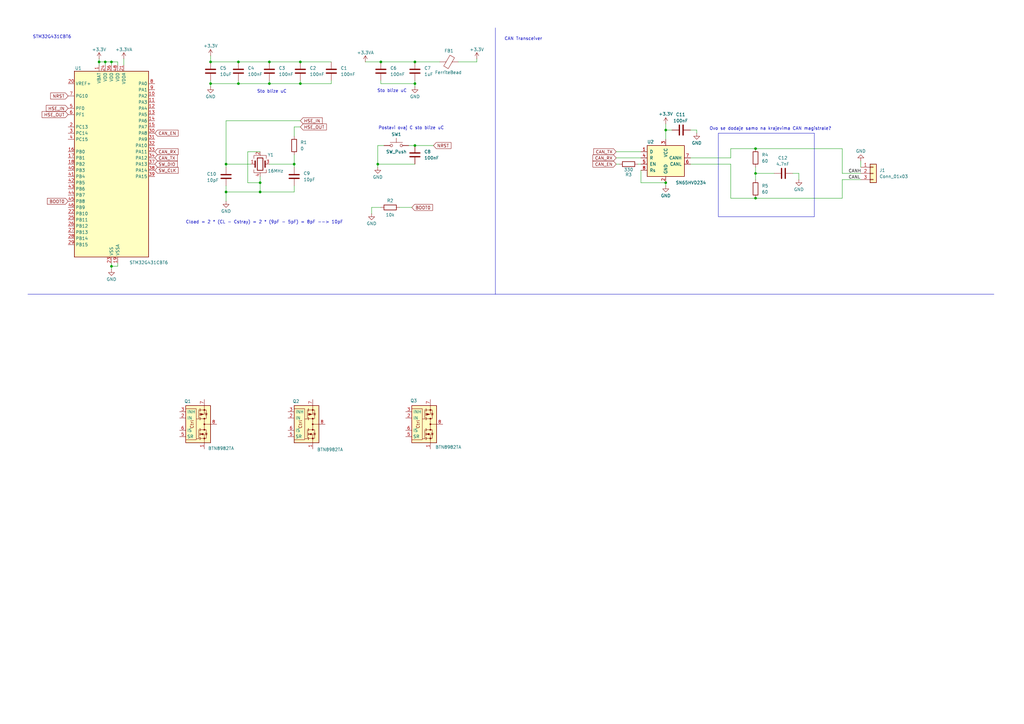
<source format=kicad_sch>
(kicad_sch (version 20231120) (generator "eeschema") (generator_version "8.0")
  (paper "A3")
  (title_block (title "BLDC driver") (date "2025-07-04") (company "Faculty of Technical Sciences"))
  (lib_symbols
    (symbol "Connector_Generic:Conn_01x03" (pin_names (offset 1.016) hide)
      (property "Reference" "J" (at 0 5.08 0))
      (property "Value" "Conn_01x03" (at 0 -5.08 0))
      (symbol "Conn_01x03_1_1"
        (rectangle (start -1.27 -2.413) (end 0 -2.667) (stroke (width 0.1524)))
        (rectangle (start -1.27 0.127) (end 0 -0.127) (stroke (width 0.1524)))
        (rectangle (start -1.27 2.667) (end 0 2.413) (stroke (width 0.1524)))
        (rectangle (start -1.27 3.81) (end 1.27 -3.81) (stroke (width 0.254)) (fill (type background)))
        (pin passive line (at -5.08 2.54 0) (length 3.81) (name "Pin_1") (number "1"))
        (pin passive line (at -5.08 0 0) (length 3.81) (name "Pin_2") (number "2"))
        (pin passive line (at -5.08 -2.54 0) (length 3.81) (name "Pin_3") (number "3"))
      )
    )
    (symbol "Device:C" (pin_numbers hide) (pin_names (offset 0.254))
      (property "Reference" "C" (at 0.635 2.54 0))
      (property "Value" "C" (at 0.635 -2.54 0))
      (symbol "C_0_1"
        (polyline (pts (xy -2.032 -0.762) (xy 2.032 -0.762)) (stroke (width 0.508)))
        (polyline (pts (xy -2.032 0.762) (xy 2.032 0.762)) (stroke (width 0.508)))
      )
      (symbol "C_1_1"
        (pin passive line (at 0 3.81 270) (length 2.794) (name "~") (number "1"))
        (pin passive line (at 0 -3.81 90) (length 2.794) (name "~") (number "2"))
      )
    )
    (symbol "Device:Crystal_GND24" (pin_names (offset 1.016) hide)
      (property "Reference" "Y" (at 3.175 5.08 0))
      (property "Value" "Crystal_GND24" (at 3.175 3.175 0))
      (symbol "Crystal_GND24_0_1"
        (rectangle (start -1.143 2.54) (end 1.143 -2.54) (stroke (width 0.3048)))
        (polyline (pts (xy -2.54 0) (xy -2.032 0)))
        (polyline (pts (xy -2.032 -1.27) (xy -2.032 1.27)) (stroke (width 0.508)))
        (polyline (pts (xy 0 -3.81) (xy 0 -3.556)))
        (polyline (pts (xy 0 3.556) (xy 0 3.81)))
        (polyline (pts (xy 2.032 -1.27) (xy 2.032 1.27)) (stroke (width 0.508)))
        (polyline (pts (xy 2.032 0) (xy 2.54 0)))
        (polyline (pts (xy -2.54 -2.286) (xy -2.54 -3.556) (xy 2.54 -3.556) (xy 2.54 -2.286)))
        (polyline (pts (xy -2.54 2.286) (xy -2.54 3.556) (xy 2.54 3.556) (xy 2.54 2.286)))
      )
      (symbol "Crystal_GND24_1_1"
        (pin passive line (at -3.81 0 0) (length 1.27) (name "1") (number "1"))
        (pin passive line (at 0 5.08 270) (length 1.27) (name "2") (number "2"))
        (pin passive line (at 3.81 0 180) (length 1.27) (name "3") (number "3"))
        (pin passive line (at 0 -5.08 90) (length 1.27) (name "4") (number "4"))
      )
    )
    (symbol "Device:FerriteBead" (pin_numbers hide) (pin_names (offset 0))
      (property "Reference" "FB" (at -3.81 0.635 90))
      (property "Value" "FerriteBead" (at 3.81 0 90))
      (symbol "FerriteBead_0_1"
        (polyline (pts (xy 0 -1.27) (xy 0 -1.2192)))
        (polyline (pts (xy 0 1.27) (xy 0 1.2954)))
        (polyline (pts (xy -2.7686 0.4064) (xy -1.7018 2.2606) (xy 2.7686 -0.3048) (xy 1.6764 -2.159) (xy -2.7686 0.4064)))
      )
      (symbol "FerriteBead_1_1"
        (pin passive line (at 0 3.81 270) (length 2.54) (name "~") (number "1"))
        (pin passive line (at 0 -3.81 90) (length 2.54) (name "~") (number "2"))
      )
    )
    (symbol "Device:R" (pin_numbers hide) (pin_names (offset 0))
      (property "Reference" "R" (at 2.032 0 90))
      (property "Value" "R" (at 0 0 90))
      (symbol "R_0_1"
        (rectangle (start -1.016 -2.54) (end 1.016 2.54) (stroke (width 0.254)))
      )
      (symbol "R_1_1"
        (pin passive line (at 0 3.81 270) (length 1.27) (name "~") (number "1"))
        (pin passive line (at 0 -3.81 90) (length 1.27) (name "~") (number "2"))
      )
    )
    (symbol "Interface_CAN_LIN:SN65HVD234" (pin_names (offset 1.016))
      (property "Reference" "U" (at -2.54 10.16 0))
      (property "Value" "SN65HVD234" (at -2.54 7.62 0))
      (symbol "SN65HVD234_0_1"
        (rectangle (start -7.62 5.08) (end 7.62 -7.62) (stroke (width 0.254)) (fill (type background)))
      )
      (symbol "SN65HVD234_1_1"
        (pin input line (at -10.16 2.54 0) (length 2.54) (name "D") (number "1"))
        (pin power_in line (at 0 -10.16 90) (length 2.54) (name "GND") (number "2"))
        (pin power_in line (at 0 7.62 270) (length 2.54) (name "VCC") (number "3"))
        (pin output line (at -10.16 0 0) (length 2.54) (name "R") (number "4"))
        (pin input line (at -10.16 -2.54 0) (length 2.54) (name "EN") (number "5"))
        (pin bidirectional line (at 10.16 -2.54 180) (length 2.54) (name "CANL") (number "6"))
        (pin bidirectional line (at 10.16 0 180) (length 2.54) (name "CANH") (number "7"))
        (pin input line (at -10.16 -5.08 0) (length 2.54) (name "Rs") (number "8"))
      )
    )
    (symbol "MCU_ST_STM32G4:STM32G431CBTx"
      (property "Reference" "U" (at -15.24 39.37 0))
      (property "Value" "STM32G431CBTx" (at 7.62 39.37 0))
      (symbol "STM32G431CBTx_0_1"
        (rectangle (start -15.24 -38.1) (end 15.24 38.1) (stroke (width 0.254)) (fill (type background)))
      )
      (symbol "STM32G431CBTx_1_1"
        (pin power_in line (at -5.08 40.64 270) (length 2.54) (name "VBAT") (number "1"))
        (pin bidirectional line (at 17.78 27.94 180) (length 2.54) (name "PA2") (number "10"))
        (pin bidirectional line (at 17.78 25.4 180) (length 2.54) (name "PA3") (number "11"))
        (pin bidirectional line (at 17.78 22.86 180) (length 2.54) (name "PA4") (number "12"))
        (pin bidirectional line (at 17.78 20.32 180) (length 2.54) (name "PA5") (number "13"))
        (pin bidirectional line (at 17.78 17.78 180) (length 2.54) (name "PA6") (number "14"))
        (pin bidirectional line (at 17.78 15.24 180) (length 2.54) (name "PA7") (number "15"))
        (pin bidirectional line (at -17.78 5.08 0) (length 2.54) (name "PB0") (number "16"))
        (pin bidirectional line (at -17.78 2.54 0) (length 2.54) (name "PB1") (number "17"))
        (pin bidirectional line (at -17.78 0 0) (length 2.54) (name "PB2") (number "18"))
        (pin power_in line (at 2.54 -40.64 90) (length 2.54) (name "VSSA") (number "19"))
        (pin bidirectional line (at -17.78 15.24 0) (length 2.54) (name "PC13") (number "2"))
        (pin input line (at -17.78 33.02 0) (length 2.54) (name "VREF+") (number "20"))
        (pin power_in line (at 5.08 40.64 270) (length 2.54) (name "VDDA") (number "21"))
        (pin bidirectional line (at -17.78 -20.32 0) (length 2.54) (name "PB10") (number "22"))
        (pin power_in line (at 0 -40.64 90) (length 2.54) (name "VSS") (number "23"))
        (pin power_in line (at -2.54 40.64 270) (length 2.54) (name "VDD") (number "24"))
        (pin bidirectional line (at -17.78 -22.86 0) (length 2.54) (name "PB11") (number "25"))
        (pin bidirectional line (at -17.78 -25.4 0) (length 2.54) (name "PB12") (number "26"))
        (pin bidirectional line (at -17.78 -27.94 0) (length 2.54) (name "PB13") (number "27"))
        (pin bidirectional line (at -17.78 -30.48 0) (length 2.54) (name "PB14") (number "28"))
        (pin bidirectional line (at -17.78 -33.02 0) (length 2.54) (name "PB15") (number "29"))
        (pin bidirectional line (at -17.78 12.7 0) (length 2.54) (name "PC14") (number "3"))
        (pin bidirectional line (at 17.78 12.7 180) (length 2.54) (name "PA8") (number "30"))
        (pin bidirectional line (at 17.78 10.16 180) (length 2.54) (name "PA9") (number "31"))
        (pin bidirectional line (at 17.78 7.62 180) (length 2.54) (name "PA10") (number "32"))
        (pin bidirectional line (at 17.78 5.08 180) (length 2.54) (name "PA11") (number "33"))
        (pin bidirectional line (at 17.78 2.54 180) (length 2.54) (name "PA12") (number "34"))
        (pin passive line (at 0 -40.64 90) (length 2.54) hide (name "VSS") (number "35"))
        (pin power_in line (at 0 40.64 270) (length 2.54) (name "VDD") (number "36"))
        (pin bidirectional line (at 17.78 0 180) (length 2.54) (name "PA13") (number "37"))
        (pin bidirectional line (at 17.78 -2.54 180) (length 2.54) (name "PA14") (number "38"))
        (pin bidirectional line (at 17.78 -5.08 180) (length 2.54) (name "PA15") (number "39"))
        (pin bidirectional line (at -17.78 10.16 0) (length 2.54) (name "PC15") (number "4"))
        (pin bidirectional line (at -17.78 -2.54 0) (length 2.54) (name "PB3") (number "40"))
        (pin bidirectional line (at -17.78 -5.08 0) (length 2.54) (name "PB4") (number "41"))
        (pin bidirectional line (at -17.78 -7.62 0) (length 2.54) (name "PB5") (number "42"))
        (pin bidirectional line (at -17.78 -10.16 0) (length 2.54) (name "PB6") (number "43"))
        (pin bidirectional line (at -17.78 -12.7 0) (length 2.54) (name "PB7") (number "44"))
        (pin bidirectional line (at -17.78 -15.24 0) (length 2.54) (name "PB8") (number "45"))
        (pin bidirectional line (at -17.78 -17.78 0) (length 2.54) (name "PB9") (number "46"))
        (pin passive line (at 0 -40.64 90) (length 2.54) hide (name "VSS") (number "47"))
        (pin power_in line (at 2.54 40.64 270) (length 2.54) (name "VDD") (number "48"))
        (pin bidirectional line (at -17.78 22.86 0) (length 2.54) (name "PF0") (number "5"))
        (pin bidirectional line (at -17.78 20.32 0) (length 2.54) (name "PF1") (number "6"))
        (pin bidirectional line (at -17.78 27.94 0) (length 2.54) (name "PG10") (number "7"))
        (pin bidirectional line (at 17.78 33.02 180) (length 2.54) (name "PA0") (number "8"))
        (pin bidirectional line (at 17.78 30.48 180) (length 2.54) (name "PA1") (number "9"))
      )
    )
    (symbol "Power_Management:BTN8982TA"
      (property "Reference" "Q" (at 6.35 5.715 0))
      (property "Value" "BTN8982TA" (at 6.35 3.81 0))
      (symbol "BTN8982TA_0_1"
        (rectangle (start -5.08 7.62) (end 5.08 -7.62) (stroke (width 0.254)) (fill (type background)))
        (polyline (pts (xy 0.254 -5.969) (xy -0.762 -5.969)))
        (polyline (pts (xy 0.254 2.159) (xy -0.762 2.159)))
        (polyline (pts (xy 2.54 0) (xy 5.08 0)))
        (polyline (pts (xy 2.54 2.286) (xy 2.54 -2.286)))
        (polyline (pts (xy 2.54 -5.842) (xy 2.54 -7.62) (xy 2.54 -6.858)))
        (polyline (pts (xy -5.08 6.35) (xy -0.762 6.35) (xy -0.762 -6.35) (xy -5.08 -6.35)))
      )
      (symbol "BTN8982TA_1_0"
        (text "Ctrl" (at -2.54 0 900) (effects (font (size 1.27 1.27))))
      )
      (symbol "BTN8982TA_1_1"
        (polyline (pts (xy 0.762 -5.842) (xy 2.54 -5.842)))
        (polyline (pts (xy 0.762 -5.334) (xy 0.762 -6.35)) (stroke (width 0.254)))
        (polyline (pts (xy 0.762 -4.064) (xy 2.54 -4.064)))
        (polyline (pts (xy 0.762 -3.556) (xy 0.762 -4.572)) (stroke (width 0.254)))
        (polyline (pts (xy 0.762 -2.286) (xy 2.54 -2.286)))
        (polyline (pts (xy 0.762 -1.778) (xy 0.762 -2.794)) (stroke (width 0.254)))
        (polyline (pts (xy 0.762 2.286) (xy 2.54 2.286)))
        (polyline (pts (xy 0.762 2.794) (xy 0.762 1.778)) (stroke (width 0.254)))
        (polyline (pts (xy 0.762 4.064) (xy 2.54 4.064)))
        (polyline (pts (xy 0.762 4.572) (xy 0.762 3.556)) (stroke (width 0.254)))
        (polyline (pts (xy 0.762 5.842) (xy 2.54 5.842)))
        (polyline (pts (xy 0.762 6.35) (xy 0.762 5.334)) (stroke (width 0.254)))
        (polyline (pts (xy 2.54 -5.842) (xy 2.54 -4.064)))
        (polyline (pts (xy 2.54 4.064) (xy 2.54 5.842)))
        (polyline (pts (xy 2.54 7.62) (xy 2.54 5.842)))
        (polyline (pts (xy 0.254 -2.159) (xy 0.254 -5.969) (xy 0.254 -5.969)))
        (polyline (pts (xy 0.254 5.969) (xy 0.254 2.159) (xy 0.254 2.159)))
        (polyline (pts (xy 1.016 -4.064) (xy 2.032 -3.683) (xy 2.032 -4.445) (xy 1.016 -4.064)) (fill (type outline)))
        (polyline (pts (xy 2.159 4.064) (xy 1.143 3.683) (xy 1.143 4.445) (xy 2.159 4.064)) (fill (type outline)))
        (polyline (pts (xy 2.54 -5.842) (xy 3.302 -5.842) (xy 3.302 -2.286) (xy 2.54 -2.286)))
        (polyline (pts (xy 2.54 2.286) (xy 3.302 2.286) (xy 3.302 5.842) (xy 2.54 5.842)))
        (polyline (pts (xy 2.794 -3.556) (xy 2.921 -3.683) (xy 3.683 -3.683) (xy 3.81 -3.81)))
        (polyline (pts (xy 2.794 4.572) (xy 2.921 4.445) (xy 3.683 4.445) (xy 3.81 4.318)))
        (polyline (pts (xy 3.302 -3.683) (xy 2.921 -4.318) (xy 3.683 -4.318) (xy 3.302 -3.683)))
        (polyline (pts (xy 3.302 4.445) (xy 2.921 3.81) (xy 3.683 3.81) (xy 3.302 4.445)))
        (circle (center 2.54 -5.842) (radius 0.2794) (fill (type outline)))
        (circle (center 2.54 -2.286) (radius 0.2794) (fill (type outline)))
        (circle (center 2.54 0) (radius 0.2794) (fill (type outline)))
        (circle (center 2.54 2.286) (radius 0.2794) (fill (type outline)))
        (circle (center 2.54 5.842) (radius 0.2794) (fill (type outline)))
        (pin power_in line (at 2.54 -10.16 90) (length 2.54) (name "~") (number "1"))
        (pin input line (at -7.62 2.54 0) (length 2.54) (name "IN") (number "2"))
        (pin input line (at -7.62 5.08 0) (length 2.54) (name "INH") (number "3"))
        (pin passive line (at 7.62 0 180) (length 2.54) hide (name "~") (number "4"))
        (pin input line (at -7.62 -5.08 0) (length 2.54) (name "SR") (number "5"))
        (pin output line (at -7.62 -2.54 0) (length 2.54) (name "IS") (number "6"))
        (pin power_in line (at 2.54 10.16 270) (length 2.54) (name "~") (number "7"))
        (pin passive line (at 7.62 0 180) (length 2.54) (name "~") (number "8"))
      )
    )
    (symbol "Switch:SW_Push" (pin_numbers hide) (pin_names (offset 1.016) hide)
      (property "Reference" "SW" (at 1.27 2.54 0))
      (property "Value" "SW_Push" (at 0 -1.524 0))
      (symbol "SW_Push_0_1"
        (circle (center -2.032 0) (radius 0.508))
        (polyline (pts (xy 0 1.27) (xy 0 3.048)))
        (polyline (pts (xy 2.54 1.27) (xy -2.54 1.27)))
        (circle (center 2.032 0) (radius 0.508))
        (pin passive line (at -5.08 0 0) (length 2.54) (name "1") (number "1"))
        (pin passive line (at 5.08 0 180) (length 2.54) (name "2") (number "2"))
      )
    )
    (symbol "power:+3.3V" (power) (pin_numbers hide) (pin_names (offset 0) hide)
      (property "Value" "+3.3V" (at 0 3.556 0))
      (symbol "+3.3V_0_1"
        (polyline (pts (xy -0.762 1.27) (xy 0 2.54)))
        (polyline (pts (xy 0 0) (xy 0 2.54)))
        (polyline (pts (xy 0 2.54) (xy 0.762 1.27)))
      )
      (symbol "+3.3V_1_1"
        (pin power_in line (at 0 0 90) (length 0) (name "~") (number "1"))
      )
    )
    (symbol "power:+3.3VA" (power) (pin_numbers hide) (pin_names (offset 0) hide)
      (property "Value" "+3.3VA" (at 0 3.556 0))
      (symbol "+3.3VA_0_1"
        (polyline (pts (xy -0.762 1.27) (xy 0 2.54)))
        (polyline (pts (xy 0 0) (xy 0 2.54)))
        (polyline (pts (xy 0 2.54) (xy 0.762 1.27)))
      )
      (symbol "+3.3VA_1_1"
        (pin power_in line (at 0 0 90) (length 0) (name "~") (number "1"))
      )
    )
    (symbol "power:GND" (power) (pin_numbers hide) (pin_names (offset 0) hide)
      (property "Value" "GND" (at 0 -3.81 0))
      (symbol "GND_0_1"
        (polyline (pts (xy 0 0) (xy 0 -1.27) (xy 1.27 -1.27) (xy 0 -2.54) (xy -1.27 -1.27) (xy 0 -1.27)))
      )
      (symbol "GND_1_1"
        (pin power_in line (at 0 0 270) (length 0) (name "~") (number "1"))
      )
    )
  )
  (junction (at 156.21 25.4))
  (junction (at 97.79 34.29))
  (junction (at 273.05 74.93))
  (junction (at 110.49 34.29))
  (junction (at 123.19 34.29))
  (junction (at 154.94 67.31))
  (junction (at 170.18 25.4))
  (junction (at 106.68 74.93))
  (junction (at 45.72 25.4))
  (junction (at 97.79 25.4))
  (junction (at 120.65 67.31))
  (junction (at 86.36 25.4))
  (junction (at 40.64 25.4))
  (junction (at 92.71 78.74))
  (junction (at 170.18 34.29))
  (junction (at 86.36 34.29))
  (junction (at 123.19 25.4))
  (junction (at 170.18 59.69))
  (junction (at 43.18 25.4))
  (junction (at 309.88 60.96))
  (junction (at 309.88 81.28))
  (junction (at 106.68 78.74))
  (junction (at 110.49 25.4))
  (junction (at 273.05 53.34))
  (junction (at 309.88 71.12))
  (junction (at 45.72 109.22))
  (junction (at 92.71 67.31))
  (wire (pts (xy 97.79 25.4) (xy 110.49 25.4)))
  (wire (pts (xy 92.71 67.31) (xy 92.71 68.58)))
  (wire (pts (xy 152.4 85.09) (xy 156.21 85.09)))
  (wire (pts (xy 252.73 64.77) (xy 262.89 64.77)))
  (wire (pts (xy 92.71 78.74) (xy 92.71 82.55)))
  (wire (pts (xy 327.66 71.12) (xy 327.66 73.66)))
  (wire (pts (xy 43.18 25.4) (xy 45.72 25.4)))
  (wire (pts (xy 92.71 78.74) (xy 106.68 78.74)))
  (wire (pts (xy 170.18 59.69) (xy 177.8 59.69)))
  (wire (pts (xy 120.65 52.07) (xy 120.65 55.88)))
  (wire (pts (xy 120.65 52.07) (xy 123.19 52.07)))
  (wire (pts (xy 86.36 22.86) (xy 86.36 25.4)))
  (wire (pts (xy 40.64 25.4) (xy 40.64 26.67)))
  (wire (pts (xy 309.88 68.58) (xy 309.88 71.12)))
  (wire (pts (xy 92.71 67.31) (xy 92.71 49.53)))
  (wire (pts (xy 45.72 107.95) (xy 45.72 109.22)))
  (wire (pts (xy 123.19 33.02) (xy 123.19 34.29)))
  (wire (pts (xy 45.72 25.4) (xy 45.72 26.67)))
  (wire (pts (xy 309.88 71.12) (xy 309.88 73.66)))
  (wire (pts (xy 86.36 34.29) (xy 86.36 35.56)))
  (wire (pts (xy 86.36 34.29) (xy 97.79 34.29)))
  (wire (pts (xy 106.68 74.93) (xy 106.68 78.74)))
  (wire (pts (xy 156.21 34.29) (xy 156.21 33.02)))
  (wire (pts (xy 154.94 59.69) (xy 154.94 67.31)))
  (wire (pts (xy 170.18 34.29) (xy 156.21 34.29)))
  (wire (pts (xy 135.89 34.29) (xy 135.89 33.02)))
  (wire (pts (xy 123.19 34.29) (xy 135.89 34.29)))
  (wire (pts (xy 106.68 74.93) (xy 106.68 72.39)))
  (wire (pts (xy 45.72 25.4) (xy 48.26 25.4)))
  (wire (pts (xy 152.4 87.63) (xy 152.4 85.09)))
  (polyline (pts (xy 203.2 11.43) (xy 203.2 120.65)))
  (wire (pts (xy 283.21 53.34) (xy 285.75 53.34)))
  (wire (pts (xy 170.18 34.29) (xy 170.18 35.56)))
  (wire (pts (xy 309.88 71.12) (xy 317.5 71.12)))
  (wire (pts (xy 154.94 67.31) (xy 154.94 68.58)))
  (wire (pts (xy 345.44 71.12) (xy 353.06 71.12)))
  (wire (pts (xy 110.49 34.29) (xy 123.19 34.29)))
  (wire (pts (xy 299.72 67.31) (xy 299.72 81.28)))
  (wire (pts (xy 40.64 25.4) (xy 43.18 25.4)))
  (wire (pts (xy 40.64 24.13) (xy 40.64 25.4)))
  (wire (pts (xy 299.72 81.28) (xy 309.88 81.28)))
  (wire (pts (xy 345.44 60.96) (xy 345.44 71.12)))
  (wire (pts (xy 261.62 67.31) (xy 262.89 67.31)))
  (wire (pts (xy 309.88 60.96) (xy 345.44 60.96)))
  (wire (pts (xy 156.21 25.4) (xy 170.18 25.4)))
  (wire (pts (xy 163.83 85.09) (xy 168.91 85.09)))
  (wire (pts (xy 106.68 78.74) (xy 120.65 78.74)))
  (wire (pts (xy 48.26 107.95) (xy 48.26 109.22)))
  (wire (pts (xy 45.72 109.22) (xy 45.72 110.49)))
  (wire (pts (xy 43.18 25.4) (xy 43.18 26.67)))
  (wire (pts (xy 101.6 62.23) (xy 101.6 74.93)))
  (wire (pts (xy 157.48 59.69) (xy 154.94 59.69)))
  (wire (pts (xy 48.26 25.4) (xy 48.26 26.67)))
  (wire (pts (xy 120.65 63.5) (xy 120.65 67.31)))
  (polyline (pts (xy 203.2 120.65) (xy 407.67 120.65)))
  (wire (pts (xy 154.94 67.31) (xy 170.18 67.31)))
  (wire (pts (xy 262.89 74.93) (xy 273.05 74.93)))
  (wire (pts (xy 50.8 24.13) (xy 50.8 26.67)))
  (wire (pts (xy 92.71 49.53) (xy 123.19 49.53)))
  (wire (pts (xy 106.68 62.23) (xy 101.6 62.23)))
  (wire (pts (xy 86.36 25.4) (xy 97.79 25.4)))
  (wire (pts (xy 170.18 25.4) (xy 180.34 25.4)))
  (wire (pts (xy 345.44 73.66) (xy 353.06 73.66)))
  (wire (pts (xy 299.72 60.96) (xy 309.88 60.96)))
  (wire (pts (xy 123.19 25.4) (xy 135.89 25.4)))
  (wire (pts (xy 262.89 69.85) (xy 262.89 74.93)))
  (wire (pts (xy 195.58 25.4) (xy 187.96 25.4)))
  (wire (pts (xy 299.72 64.77) (xy 299.72 60.96)))
  (wire (pts (xy 86.36 33.02) (xy 86.36 34.29)))
  (wire (pts (xy 345.44 81.28) (xy 345.44 73.66)))
  (wire (pts (xy 110.49 33.02) (xy 110.49 34.29)))
  (wire (pts (xy 48.26 109.22) (xy 45.72 109.22)))
  (wire (pts (xy 167.64 59.69) (xy 170.18 59.69)))
  (wire (pts (xy 285.75 53.34) (xy 285.75 54.61)))
  (wire (pts (xy 252.73 62.23) (xy 262.89 62.23)))
  (wire (pts (xy 195.58 24.13) (xy 195.58 25.4)))
  (wire (pts (xy 97.79 33.02) (xy 97.79 34.29)))
  (wire (pts (xy 149.86 25.4) (xy 156.21 25.4)))
  (polyline (pts (xy 11.43 120.65) (xy 203.2 120.65)))
  (wire (pts (xy 120.65 78.74) (xy 120.65 76.2)))
  (wire (pts (xy 273.05 57.15) (xy 273.05 53.34)))
  (wire (pts (xy 353.06 66.04) (xy 353.06 68.58)))
  (wire (pts (xy 120.65 67.31) (xy 120.65 68.58)))
  (wire (pts (xy 252.73 67.31) (xy 254 67.31)))
  (wire (pts (xy 283.21 67.31) (xy 299.72 67.31)))
  (wire (pts (xy 309.88 81.28) (xy 345.44 81.28)))
  (wire (pts (xy 283.21 64.77) (xy 299.72 64.77)))
  (wire (pts (xy 102.87 67.31) (xy 92.71 67.31)))
  (wire (pts (xy 325.12 71.12) (xy 327.66 71.12)))
  (wire (pts (xy 97.79 34.29) (xy 110.49 34.29)))
  (wire (pts (xy 92.71 76.2) (xy 92.71 78.74)))
  (wire (pts (xy 110.49 25.4) (xy 123.19 25.4)))
  (wire (pts (xy 170.18 33.02) (xy 170.18 34.29)))
  (wire (pts (xy 273.05 50.8) (xy 273.05 53.34)))
  (wire (pts (xy 110.49 67.31) (xy 120.65 67.31)))
  (wire (pts (xy 273.05 53.34) (xy 275.59 53.34)))
  (wire (pts (xy 273.05 74.93) (xy 273.05 76.2)))
  (wire (pts (xy 101.6 74.93) (xy 106.68 74.93)))
  (rectangle (start 294.64 54.61) (end 334.01 88.9))
  (text "Sto blize uC" (at 111.506 37.592 0) (effects (font (size 1.27 1.27))))
  (text "Postavi ovaj C sto blize uC" (at 168.656 52.578 0) (effects (font (size 1.27 1.27))))
  (text "Ovo se dodaje samo na krajevima CAN magistrale?" (at 315.976 52.832 0) (effects (font (size 1.27 1.27))))
  (text "Sto blize uC" (at 160.782 37.338 0) (effects (font (size 1.27 1.27))))
  (text "Cload = 2 * (CL - Cstray) = 2 * (9pF - 5pF) = 8pF --> 10pF" (at 108.458 91.186 0) (effects (font (size 1.27 1.27))))
  (text "STM32G431CBT6" (at 21.336 15.24 0) (effects (font (size 1.27 1.27))))
  (text "CAN Transceiver " (at 215.138 16.002 0) (effects (font (size 1.27 1.27))))
  (label "CANH" (at 347.98 71.12 0))
  (label "CANL" (at 347.98 73.66 0))
  (global_label "HSE_IN" (shape input) (at 27.94 44.45 180) (property "Intersheetrefs" "${INTERSHEET_REFS}" (effects (hide yes))))
  (global_label "HSE_OUT" (shape input) (at 123.19 52.07 0) (property "Intersheetrefs" "${INTERSHEET_REFS}" (effects (hide yes))))
  (global_label "CAN_TX" (shape input) (at 63.5 64.77 0) (property "Intersheetrefs" "${INTERSHEET_REFS}" (effects (hide yes))))
  (global_label "CAN_RX" (shape input) (at 63.5 62.23 0) (property "Intersheetrefs" "${INTERSHEET_REFS}" (effects (hide yes))))
  (global_label "BOOT0" (shape input) (at 27.94 82.55 180) (property "Intersheetrefs" "${INTERSHEET_REFS}" (effects (hide yes))))
  (global_label "CAN_RX" (shape input) (at 252.73 64.77 180) (property "Intersheetrefs" "${INTERSHEET_REFS}" (effects (hide yes))))
  (global_label "NRST" (shape input) (at 27.94 39.37 180) (property "Intersheetrefs" "${INTERSHEET_REFS}" (effects (hide yes))))
  (global_label "HSE_OUT" (shape input) (at 27.94 46.99 180) (property "Intersheetrefs" "${INTERSHEET_REFS}" (effects (hide yes))))
  (global_label "CAN_EN" (shape input) (at 63.5 54.61 0) (property "Intersheetrefs" "${INTERSHEET_REFS}" (effects (hide yes))))
  (global_label "NRST" (shape input) (at 177.8 59.69 0) (property "Intersheetrefs" "${INTERSHEET_REFS}" (effects (hide yes))))
  (global_label "SW_CLK" (shape input) (at 63.5 69.85 0) (property "Intersheetrefs" "${INTERSHEET_REFS}" (effects (hide yes))))
  (global_label "CAN_EN" (shape input) (at 252.73 67.31 180) (property "Intersheetrefs" "${INTERSHEET_REFS}" (effects (hide yes))))
  (global_label "SW_DIO" (shape input) (at 63.5 67.31 0) (property "Intersheetrefs" "${INTERSHEET_REFS}" (effects (hide yes))))
  (global_label "BOOT0" (shape input) (at 168.91 85.09 0) (property "Intersheetrefs" "${INTERSHEET_REFS}" (effects (hide yes))))
  (global_label "HSE_IN" (shape input) (at 123.19 49.53 0) (property "Intersheetrefs" "${INTERSHEET_REFS}" (effects (hide yes))))
  (global_label "CAN_TX" (shape input) (at 252.73 62.23 180) (property "Intersheetrefs" "${INTERSHEET_REFS}" (effects (hide yes))))
  (symbol (lib_id "power:GND") (at 327.66 73.66 0) (unit 1)
    (property "Reference" "#PWR15" (effects (hide yes)))
    (property "Value" "GND" (at 327.66 77.724 0))
    (property "Description" "Power symbol creates a global label with name \"GND\" , ground" (effects (hide yes)))
  )
  (symbol (lib_id "Device:C") (at 92.71 72.39 0) (unit 1)
    (property "Reference" "C10" (at 84.836 71.374 0) (effects (justify left)))
    (property "Value" "10pF" (at 84.836 73.914 0) (effects (justify left)))
    (property "Description" "Unpolarized capacitor" (effects (hide yes)))
  )
  (symbol (lib_id "power:GND") (at 92.71 82.55 0) (unit 1)
    (property "Reference" "#PWR10" (effects (hide yes)))
    (property "Value" "GND" (at 92.71 86.614 0))
    (property "Description" "Power symbol creates a global label with name \"GND\" , ground" (effects (hide yes)))
  )
  (symbol (lib_id "power:GND") (at 154.94 68.58 0) (unit 1)
    (property "Reference" "#PWR9" (effects (hide yes)))
    (property "Value" "GND" (at 154.94 72.644 0))
    (property "Description" "Power symbol creates a global label with name \"GND\" , ground" (effects (hide yes)))
  )
  (symbol (lib_id "power:GND") (at 45.72 110.49 0) (unit 1)
    (property "Reference" "#PWR1" (effects (hide yes)))
    (property "Value" "GND" (at 45.72 114.554 0))
    (property "Description" "Power symbol creates a global label with name \"GND\" , ground" (effects (hide yes)))
  )
  (symbol (lib_id "Device:R") (at 309.88 64.77 0) (unit 1)
    (property "Reference" "R4" (at 312.42 63.4999 0) (effects (justify left)))
    (property "Value" "60" (at 312.42 66.0399 0) (effects (justify left)))
    (property "Description" "Resistor" (effects (hide yes)))
  )
  (symbol (lib_id "Power_Management:BTN8982TA") (at 125.73 173.99 0) (unit 1)
    (property "Reference" "Q2" (at 121.412 164.592 0))
    (property "Value" "BTN8982TA" (at 135.382 184.404 0))
    (property "Footprint" "Package_TO_SOT_SMD:TO-263-7_TabPin8" (effects (hide yes)))
    (property "Datasheet" "https://www.infineon.com/dgdl/Infineon-BTN8982TA-DS-v01_00-EN.pdf?fileId=db3a30433fa9412f013fbe32289b7c17" (effects (hide yes)))
    (property "Description" "High Current PN Half Bridge, TO-263-7" (effects (hide yes)))
  )
  (symbol (lib_id "power:GND") (at 170.18 35.56 0) (unit 1)
    (property "Reference" "#PWR7" (effects (hide yes)))
    (property "Value" "GND" (at 170.18 39.624 0))
    (property "Description" "Power symbol creates a global label with name \"GND\" , ground" (effects (hide yes)))
  )
  (symbol (lib_id "Device:C") (at 123.19 29.21 0) (unit 1)
    (property "Reference" "C2" (at 127 27.9399 0) (effects (justify left)))
    (property "Value" "100nF" (at 127 30.4799 0) (effects (justify left)))
    (property "Description" "Unpolarized capacitor" (effects (hide yes)))
  )
  (symbol (lib_id "Device:R") (at 120.65 59.69 0) (unit 1)
    (property "Reference" "R1" (at 123.19 58.4199 0) (effects (justify left)))
    (property "Value" "0" (at 123.19 60.9599 0) (effects (justify left)))
    (property "Description" "Resistor" (effects (hide yes)))
  )
  (symbol (lib_id "Device:Crystal_GND24") (at 106.68 67.31 0) (unit 1)
    (property "Reference" "Y1" (at 110.998 63.5 0))
    (property "Value" "16MHz" (at 113.03 70.104 0))
    (property "Description" "Four pin crystal, GND on pins 2 and 4" (effects (hide yes)))
  )
  (symbol (lib_id "power:GND") (at 353.06 66.04 180) (unit 1)
    (property "Reference" "#PWR16" (effects (hide yes)))
    (property "Value" "GND" (at 353.06 61.976 0))
    (property "Description" "Power symbol creates a global label with name \"GND\" , ground" (effects (hide yes)))
  )
  (symbol (lib_id "Device:C") (at 135.89 29.21 0) (unit 1)
    (property "Reference" "C1" (at 139.7 27.9399 0) (effects (justify left)))
    (property "Value" "100nF" (at 139.7 30.4799 0) (effects (justify left)))
    (property "Description" "Unpolarized capacitor" (effects (hide yes)))
  )
  (symbol (lib_id "power:+3.3V") (at 40.64 24.13 0) (unit 1)
    (property "Reference" "#PWR4" (effects (hide yes)))
    (property "Value" "+3.3V" (at 40.64 20.32 0))
    (property "Description" "Power symbol creates a global label with name \"+3.3V\"" (effects (hide yes)))
  )
  (symbol (lib_id "Device:C") (at 170.18 29.21 0) (unit 1)
    (property "Reference" "C7" (at 173.99 27.9399 0) (effects (justify left)))
    (property "Value" "1uF" (at 173.99 30.4799 0) (effects (justify left)))
    (property "Description" "Unpolarized capacitor" (effects (hide yes)))
  )
  (symbol (lib_id "power:GND") (at 152.4 87.63 0) (unit 1)
    (property "Reference" "#PWR11" (effects (hide yes)))
    (property "Value" "GND" (at 152.4 91.694 0))
    (property "Description" "Power symbol creates a global label with name \"GND\" , ground" (effects (hide yes)))
  )
  (symbol (lib_id "Device:R") (at 160.02 85.09 90) (unit 1)
    (property "Reference" "R2" (at 160.02 82.296 90))
    (property "Value" "10k" (at 160.02 88.138 90))
    (property "Description" "Resistor" (effects (hide yes)))
  )
  (symbol (lib_id "Device:C") (at 279.4 53.34 90) (unit 1)
    (property "Reference" "C11" (at 279.146 46.99 90))
    (property "Value" "100nF" (at 279.146 49.53 90))
    (property "Description" "Unpolarized capacitor" (effects (hide yes)))
  )
  (symbol (lib_id "Connector_Generic:Conn_01x03") (at 358.14 71.12 0) (unit 1)
    (property "Reference" "J1" (at 360.68 69.8499 0) (effects (justify left)))
    (property "Value" "Conn_01x03" (at 360.68 72.3899 0) (effects (justify left)))
    (property "Footprint" "Connector_Molex:Molex_SPOX_5267-03A_1x03_P2.50mm_Vertical" (effects (hide yes)))
    (property "Description" "Generic connector, single row, 01x03, script generated (kicad-library-utils/schlib/autogen/connector/)" (effects (hide yes)))
  )
  (symbol (lib_id "Interface_CAN_LIN:SN65HVD234") (at 273.05 64.77 0) (unit 1)
    (property "Reference" "U2" (at 265.43 58.166 0) (effects (justify left)))
    (property "Value" "SN65HVD234" (at 277.114 74.93 0) (effects (justify left)))
    (property "Footprint" "Package_SO:SOIC-8_3.9x4.9mm_P1.27mm" (effects (hide yes)))
    (property "Datasheet" "http://www.ti.com/lit/ds/symlink/sn65hvd234.pdf" (effects (hide yes)))
    (property "Description" "CAN Bus Transceiver, 3.3V, 1Mbps, Enable feature, SOIC-8" (effects (hide yes)))
  )
  (symbol (lib_id "power:+3.3V") (at 195.58 24.13 0) (unit 1)
    (property "Reference" "#PWR8" (effects (hide yes)))
    (property "Value" "+3.3V" (at 195.58 20.32 0))
    (property "Description" "Power symbol creates a global label with name \"+3.3V\"" (effects (hide yes)))
  )
  (symbol (lib_id "Device:C") (at 321.31 71.12 90) (unit 1)
    (property "Reference" "C12" (at 321.056 64.77 90))
    (property "Value" "4.7nF" (at 321.056 67.31 90))
    (property "Description" "Unpolarized capacitor" (effects (hide yes)))
  )
  (symbol (lib_id "power:GND") (at 86.36 35.56 0) (unit 1)
    (property "Reference" "#PWR2" (effects (hide yes)))
    (property "Value" "GND" (at 86.36 39.624 0))
    (property "Description" "Power symbol creates a global label with name \"GND\" , ground" (effects (hide yes)))
  )
  (symbol (lib_id "Switch:SW_Push") (at 162.56 59.69 0) (unit 1)
    (property "Reference" "SW1" (at 162.56 55.118 0))
    (property "Value" "SW_Push" (at 162.56 62.23 0))
    (property "Description" "Push button switch, generic, two pins" (effects (hide yes)))
  )
  (symbol (lib_id "MCU_ST_STM32G4:STM32G431CBTx") (at 45.72 67.31 0) (unit 1)
    (property "Reference" "U1" (at 30.734 27.94 0) (effects (justify left)))
    (property "Value" "STM32G431CBT6" (at 53.086 107.696 0) (effects (justify left)))
    (property "Footprint" "Package_QFP:LQFP-48_7x7mm_P0.5mm" (effects (hide yes)))
    (property "Datasheet" "https://www.st.com/resource/en/datasheet/stm32g431cb.pdf" (effects (hide yes)))
    (property "Description" "STMicroelectronics Arm Cortex-M4 MCU, 128KB flash, 32KB RAM, 170 MHz, 1.71-3.6V, 38 GPIO, LQFP48" (effects (hide yes)))
  )
  (symbol (lib_id "Device:C") (at 97.79 29.21 0) (unit 1)
    (property "Reference" "C4" (at 101.6 27.9399 0) (effects (justify left)))
    (property "Value" "100nF" (at 101.6 30.4799 0) (effects (justify left)))
    (property "Description" "Unpolarized capacitor" (effects (hide yes)))
  )
  (symbol (lib_id "Power_Management:BTN8982TA") (at 173.99 173.99 0) (unit 1)
    (property "Reference" "Q3" (at 169.672 164.338 0))
    (property "Value" "BTN8982TA" (at 183.896 183.388 0))
    (property "Footprint" "Package_TO_SOT_SMD:TO-263-7_TabPin8" (effects (hide yes)))
    (property "Datasheet" "https://www.infineon.com/dgdl/Infineon-BTN8982TA-DS-v01_00-EN.pdf?fileId=db3a30433fa9412f013fbe32289b7c17" (effects (hide yes)))
    (property "Description" "High Current PN Half Bridge, TO-263-7" (effects (hide yes)))
  )
  (symbol (lib_id "power:GND") (at 285.75 54.61 0) (unit 1)
    (property "Reference" "#PWR12" (effects (hide yes)))
    (property "Value" "GND" (at 285.75 58.674 0))
    (property "Description" "Power symbol creates a global label with name \"GND\" , ground" (effects (hide yes)))
  )
  (symbol (lib_id "Power_Management:BTN8982TA") (at 81.28 173.99 0) (unit 1)
    (property "Reference" "Q1" (at 76.962 164.592 0))
    (property "Value" "BTN8982TA" (at 90.678 183.896 0))
    (property "Footprint" "Package_TO_SOT_SMD:TO-263-7_TabPin8" (effects (hide yes)))
    (property "Datasheet" "https://www.infineon.com/dgdl/Infineon-BTN8982TA-DS-v01_00-EN.pdf?fileId=db3a30433fa9412f013fbe32289b7c17" (effects (hide yes)))
    (property "Description" "High Current PN Half Bridge, TO-263-7" (effects (hide yes)))
  )
  (symbol (lib_id "Device:C") (at 110.49 29.21 0) (unit 1)
    (property "Reference" "C3" (at 114.3 27.9399 0) (effects (justify left)))
    (property "Value" "100nF" (at 114.3 30.4799 0) (effects (justify left)))
    (property "Description" "Unpolarized capacitor" (effects (hide yes)))
  )
  (symbol (lib_id "Device:FerriteBead") (at 184.15 25.4 270) (unit 1)
    (property "Reference" "FB1" (at 184.15 20.828 90))
    (property "Value" "FerriteBead" (at 183.896 29.718 90))
    (property "Description" "Ferrite bead" (effects (hide yes)))
  )
  (symbol (lib_id "Device:R") (at 309.88 77.47 0) (unit 1)
    (property "Reference" "R5" (at 312.42 76.1999 0) (effects (justify left)))
    (property "Value" "60" (at 312.42 78.7399 0) (effects (justify left)))
    (property "Description" "Resistor" (effects (hide yes)))
  )
  (symbol (lib_id "power:+3.3V") (at 273.05 50.8 0) (unit 1)
    (property "Reference" "#PWR13" (effects (hide yes)))
    (property "Value" "+3.3V" (at 273.05 46.736 0))
    (property "Description" "Power symbol creates a global label with name \"+3.3V\"" (effects (hide yes)))
  )
  (symbol (lib_id "Device:C") (at 156.21 29.21 0) (unit 1)
    (property "Reference" "C6" (at 160.02 27.9399 0) (effects (justify left)))
    (property "Value" "100nF" (at 160.02 30.4799 0) (effects (justify left)))
    (property "Description" "Unpolarized capacitor" (effects (hide yes)))
  )
  (symbol (lib_id "Device:C") (at 170.18 63.5 0) (unit 1)
    (property "Reference" "C8" (at 173.99 62.2299 0) (effects (justify left)))
    (property "Value" "100nF" (at 173.99 64.7699 0) (effects (justify left)))
    (property "Description" "Unpolarized capacitor" (effects (hide yes)))
  )
  (symbol (lib_id "power:+3.3VA") (at 149.86 25.4 0) (unit 1)
    (property "Reference" "#PWR5" (effects (hide yes)))
    (property "Value" "+3.3VA" (at 149.86 21.59 0))
    (property "Description" "Power symbol creates a global label with name \"+3.3VA\"" (effects (hide yes)))
  )
  (symbol (lib_id "Device:C") (at 120.65 72.39 0) (unit 1)
    (property "Reference" "C9" (at 124.46 71.1199 0) (effects (justify left)))
    (property "Value" "10pF" (at 124.46 73.6599 0) (effects (justify left)))
    (property "Description" "Unpolarized capacitor" (effects (hide yes)))
  )
  (symbol (lib_id "power:GND") (at 273.05 76.2 0) (unit 1)
    (property "Reference" "#PWR14" (effects (hide yes)))
    (property "Value" "GND" (at 273.05 80.264 0))
    (property "Description" "Power symbol creates a global label with name \"GND\" , ground" (effects (hide yes)))
  )
  (symbol (lib_id "Device:C") (at 86.36 29.21 0) (unit 1)
    (property "Reference" "C5" (at 90.17 27.9399 0) (effects (justify left)))
    (property "Value" "10uF" (at 90.17 30.4799 0) (effects (justify left)))
    (property "Description" "Unpolarized capacitor" (effects (hide yes)))
  )
  (symbol (lib_id "power:+3.3V") (at 86.36 22.86 0) (unit 1)
    (property "Reference" "#PWR3" (effects (hide yes)))
    (property "Value" "+3.3V" (at 86.36 18.796 0))
    (property "Description" "Power symbol creates a global label with name \"+3.3V\"" (effects (hide yes)))
  )
  (symbol (lib_id "power:+3.3VA") (at 50.8 24.13 0) (unit 1)
    (property "Reference" "#PWR6" (effects (hide yes)))
    (property "Value" "+3.3VA" (at 50.8 20.32 0))
    (property "Description" "Power symbol creates a global label with name \"+3.3VA\"" (effects (hide yes)))
  )
  (symbol (lib_id "Device:R") (at 257.81 67.31 90) (unit 1)
    (property "Reference" "R3" (at 257.81 71.628 90))
    (property "Value" "330" (at 257.81 69.596 90))
    (property "Description" "Resistor" (effects (hide yes)))
  )
)
</source>
